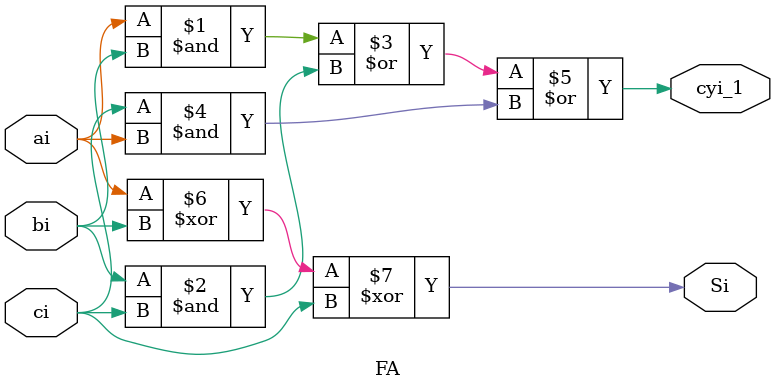
<source format=v>
`timescale 1ns / 1ps

module FA(
    ai, bi, ci, cyi_1, Si
    );
    input ai, bi, ci;
    output wire cyi_1, Si;
    
    assign cyi_1 = ai&bi | bi&ci | ci&ai;
    assign Si = ai^bi^ci;
    
endmodule

</source>
